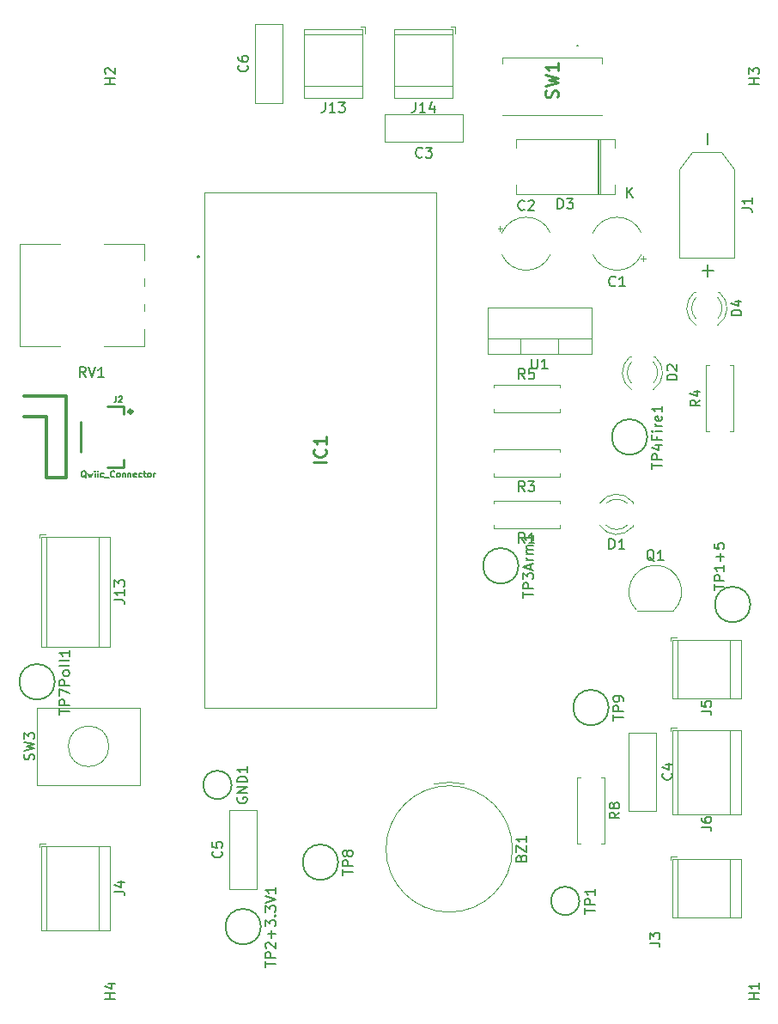
<source format=gbr>
G04 #@! TF.GenerationSoftware,KiCad,Pcbnew,(5.1.4)-1*
G04 #@! TF.CreationDate,2020-04-17T07:07:23-04:00*
G04 #@! TF.ProjectId,CameraTriggerSensorNodeOnly,43616d65-7261-4547-9269-676765725365,rev?*
G04 #@! TF.SameCoordinates,Original*
G04 #@! TF.FileFunction,Legend,Top*
G04 #@! TF.FilePolarity,Positive*
%FSLAX46Y46*%
G04 Gerber Fmt 4.6, Leading zero omitted, Abs format (unit mm)*
G04 Created by KiCad (PCBNEW (5.1.4)-1) date 2020-04-17 07:07:23*
%MOMM*%
%LPD*%
G04 APERTURE LIST*
%ADD10C,0.120000*%
%ADD11C,0.200000*%
%ADD12C,0.100000*%
%ADD13C,0.398780*%
%ADD14C,0.304800*%
%ADD15C,0.254000*%
%ADD16C,0.150000*%
%ADD17C,0.127000*%
G04 APERTURE END LIST*
D10*
X85940000Y-64671000D02*
X85940000Y-54630000D01*
X98180000Y-56280000D02*
X98180000Y-54630000D01*
X98180000Y-58779000D02*
X98180000Y-58020000D01*
X98180000Y-61279000D02*
X98180000Y-60520000D01*
X98180000Y-64671000D02*
X98180000Y-63021000D01*
X89876000Y-54630000D02*
X85940000Y-54630000D01*
X98180000Y-54630000D02*
X94243000Y-54630000D01*
X89876000Y-64671000D02*
X85940000Y-64671000D01*
X98180000Y-64671000D02*
X94243000Y-64671000D01*
D11*
X103610000Y-55880000D02*
G75*
G02X103410000Y-55880000I-100000J0D01*
G01*
X103410000Y-55880000D02*
G75*
G02X103610000Y-55880000I100000J0D01*
G01*
X103410000Y-55880000D02*
X103410000Y-55880000D01*
X103610000Y-55880000D02*
X103610000Y-55880000D01*
D12*
X104140000Y-49530000D02*
X127000000Y-49530000D01*
X104140000Y-100330000D02*
X104140000Y-49530000D01*
X127000000Y-100330000D02*
X104140000Y-100330000D01*
X127000000Y-49530000D02*
X127000000Y-100330000D01*
D13*
X96959420Y-71160640D02*
G75*
G03X96959420Y-71160640I-139700J0D01*
G01*
D14*
X90520520Y-69662040D02*
X86360000Y-69662040D01*
X90520520Y-77657960D02*
X90520520Y-69662040D01*
X88521540Y-77657960D02*
X90520520Y-77657960D01*
X88521540Y-71661020D02*
X88521540Y-77657960D01*
X86360000Y-71661020D02*
X88521540Y-71661020D01*
D15*
X96172020Y-70660260D02*
X96172020Y-71412100D01*
X96172020Y-76659740D02*
X94521020Y-76659740D01*
X96172020Y-75907900D02*
X96172020Y-76659740D01*
X94521020Y-70660260D02*
X96172020Y-70660260D01*
X91920060Y-72161400D02*
X91920060Y-75158600D01*
D10*
X87830000Y-83230000D02*
X87830000Y-83630000D01*
X88470000Y-83230000D02*
X87830000Y-83230000D01*
X94810000Y-94331000D02*
X88070000Y-94331000D01*
X94810000Y-83470000D02*
X88070000Y-83470000D01*
X88070000Y-83470000D02*
X88070000Y-94331000D01*
X94810000Y-83470000D02*
X94810000Y-94331000D01*
X93690000Y-83470000D02*
X93690000Y-94331000D01*
X88590000Y-83470000D02*
X88590000Y-94331000D01*
X135309000Y-65500000D02*
X135309000Y-63990000D01*
X139010000Y-65500000D02*
X139010000Y-63990000D01*
X142280000Y-63990000D02*
X132040000Y-63990000D01*
X132040000Y-65500000D02*
X132040000Y-60859000D01*
X142280000Y-65500000D02*
X142280000Y-60859000D01*
X142280000Y-60859000D02*
X132040000Y-60859000D01*
X142280000Y-65500000D02*
X132040000Y-65500000D01*
D16*
X89380000Y-97790000D02*
G75*
G03X89380000Y-97790000I-1750000J0D01*
G01*
X147800000Y-73660000D02*
G75*
G03X147800000Y-73660000I-1750000J0D01*
G01*
X135100000Y-86360000D02*
G75*
G03X135100000Y-86360000I-1750000J0D01*
G01*
X109700000Y-121920000D02*
G75*
G03X109700000Y-121920000I-1750000J0D01*
G01*
X157960000Y-90170000D02*
G75*
G03X157960000Y-90170000I-1750000J0D01*
G01*
X143990000Y-100330000D02*
G75*
G03X143990000Y-100330000I-1750000J0D01*
G01*
X117320000Y-115570000D02*
G75*
G03X117320000Y-115570000I-1750000J0D01*
G01*
X141100000Y-119380000D02*
G75*
G03X141100000Y-119380000I-1400000J0D01*
G01*
D10*
X94710000Y-104140000D02*
G75*
G03X94710000Y-104140000I-2000000J0D01*
G01*
X97790000Y-107950000D02*
X97790000Y-100330000D01*
X87630000Y-107950000D02*
X97790000Y-107950000D01*
X87630000Y-107950000D02*
X87630000Y-100330000D01*
X97790000Y-100330000D02*
X87630000Y-100330000D01*
D12*
X143330000Y-36850000D02*
X143330000Y-36250000D01*
X143330000Y-36250000D02*
X143330000Y-36250000D01*
X143330000Y-36250000D02*
X143330000Y-36850000D01*
X143330000Y-36850000D02*
X143330000Y-36850000D01*
X143330000Y-36250000D02*
X143330000Y-36250000D01*
X143330000Y-36250000D02*
X133530000Y-36250000D01*
X133530000Y-36250000D02*
X133530000Y-36250000D01*
X133530000Y-36250000D02*
X143330000Y-36250000D01*
X133470000Y-36250000D02*
X133470000Y-36850000D01*
X133470000Y-36850000D02*
X133530000Y-36850000D01*
X133530000Y-36850000D02*
X133530000Y-36250000D01*
X133530000Y-36250000D02*
X133470000Y-36250000D01*
X143330000Y-41950000D02*
X143330000Y-41950000D01*
X143330000Y-41950000D02*
X133530000Y-41950000D01*
X133530000Y-41950000D02*
X133530000Y-41950000D01*
X133530000Y-41950000D02*
X143330000Y-41950000D01*
D11*
X140870000Y-35100000D02*
X140870000Y-35100000D01*
X140970000Y-35100000D02*
X140970000Y-35100000D01*
X140870000Y-35100000D02*
X140870000Y-35100000D01*
X140970000Y-35100000D02*
G75*
G02X140870000Y-35100000I-50000J0D01*
G01*
X140870000Y-35100000D02*
G75*
G02X140970000Y-35100000I50000J0D01*
G01*
X140970000Y-35100000D02*
G75*
G02X140870000Y-35100000I-50000J0D01*
G01*
D10*
X140870000Y-113760000D02*
X141200000Y-113760000D01*
X140870000Y-107220000D02*
X140870000Y-113760000D01*
X141200000Y-107220000D02*
X140870000Y-107220000D01*
X143610000Y-113760000D02*
X143280000Y-113760000D01*
X143610000Y-107220000D02*
X143610000Y-113760000D01*
X143280000Y-107220000D02*
X143610000Y-107220000D01*
X139160000Y-71220000D02*
X139160000Y-70890000D01*
X132620000Y-71220000D02*
X139160000Y-71220000D01*
X132620000Y-70890000D02*
X132620000Y-71220000D01*
X139160000Y-68480000D02*
X139160000Y-68810000D01*
X132620000Y-68480000D02*
X139160000Y-68480000D01*
X132620000Y-68810000D02*
X132620000Y-68480000D01*
X156310000Y-66580000D02*
X155980000Y-66580000D01*
X156310000Y-73120000D02*
X156310000Y-66580000D01*
X155980000Y-73120000D02*
X156310000Y-73120000D01*
X153570000Y-66580000D02*
X153900000Y-66580000D01*
X153570000Y-73120000D02*
X153570000Y-66580000D01*
X153900000Y-73120000D02*
X153570000Y-73120000D01*
X132620000Y-74830000D02*
X132620000Y-75160000D01*
X139160000Y-74830000D02*
X132620000Y-74830000D01*
X139160000Y-75160000D02*
X139160000Y-74830000D01*
X132620000Y-77570000D02*
X132620000Y-77240000D01*
X139160000Y-77570000D02*
X132620000Y-77570000D01*
X139160000Y-77240000D02*
X139160000Y-77570000D01*
X132620000Y-79910000D02*
X132620000Y-80240000D01*
X139160000Y-79910000D02*
X132620000Y-79910000D01*
X139160000Y-80240000D02*
X139160000Y-79910000D01*
X132620000Y-82650000D02*
X132620000Y-82320000D01*
X139160000Y-82650000D02*
X132620000Y-82650000D01*
X139160000Y-82320000D02*
X139160000Y-82650000D01*
X150428478Y-90738478D02*
G75*
G03X148590000Y-86300000I-1838478J1838478D01*
G01*
X146751522Y-90738478D02*
G75*
G02X148590000Y-86300000I1838478J1838478D01*
G01*
X146790000Y-90750000D02*
X150390000Y-90750000D01*
X128860000Y-33220000D02*
X128460000Y-33220000D01*
X128860000Y-33860000D02*
X128860000Y-33220000D01*
X122840000Y-40200000D02*
X122840000Y-33460000D01*
X128620000Y-40200000D02*
X128620000Y-33460000D01*
X128620000Y-33460000D02*
X122840000Y-33460000D01*
X128620000Y-40200000D02*
X122840000Y-40200000D01*
X128620000Y-39080000D02*
X122840000Y-39080000D01*
X128620000Y-33980000D02*
X122840000Y-33980000D01*
X119970000Y-33220000D02*
X119570000Y-33220000D01*
X119970000Y-33860000D02*
X119970000Y-33220000D01*
X113950000Y-40200000D02*
X113950000Y-33460000D01*
X119730000Y-40200000D02*
X119730000Y-33460000D01*
X119730000Y-33460000D02*
X113950000Y-33460000D01*
X119730000Y-40200000D02*
X113950000Y-40200000D01*
X119730000Y-39080000D02*
X113950000Y-39080000D01*
X119730000Y-33980000D02*
X113950000Y-33980000D01*
X150060000Y-102280000D02*
X150060000Y-102680000D01*
X150700000Y-102280000D02*
X150060000Y-102280000D01*
X157040000Y-110840000D02*
X150300000Y-110840000D01*
X157040000Y-102520000D02*
X150300000Y-102520000D01*
X150300000Y-102520000D02*
X150300000Y-110840000D01*
X157040000Y-102520000D02*
X157040000Y-110840000D01*
X155920000Y-102520000D02*
X155920000Y-110840000D01*
X150820000Y-102520000D02*
X150820000Y-110840000D01*
X150060000Y-93390000D02*
X150060000Y-93790000D01*
X150700000Y-93390000D02*
X150060000Y-93390000D01*
X157040000Y-99410000D02*
X150300000Y-99410000D01*
X157040000Y-93630000D02*
X150300000Y-93630000D01*
X150300000Y-93630000D02*
X150300000Y-99410000D01*
X157040000Y-93630000D02*
X157040000Y-99410000D01*
X155920000Y-93630000D02*
X155920000Y-99410000D01*
X150820000Y-93630000D02*
X150820000Y-99410000D01*
X87830000Y-113710000D02*
X87830000Y-114110000D01*
X88470000Y-113710000D02*
X87830000Y-113710000D01*
X94810000Y-122270000D02*
X88070000Y-122270000D01*
X94810000Y-113950000D02*
X88070000Y-113950000D01*
X88070000Y-113950000D02*
X88070000Y-122270000D01*
X94810000Y-113950000D02*
X94810000Y-122270000D01*
X93690000Y-113950000D02*
X93690000Y-122270000D01*
X88590000Y-113950000D02*
X88590000Y-122270000D01*
X150060000Y-114980000D02*
X150060000Y-115380000D01*
X150700000Y-114980000D02*
X150060000Y-114980000D01*
X157040000Y-121000000D02*
X150300000Y-121000000D01*
X157040000Y-115220000D02*
X150300000Y-115220000D01*
X150300000Y-115220000D02*
X150300000Y-121000000D01*
X157040000Y-115220000D02*
X157040000Y-121000000D01*
X155920000Y-115220000D02*
X155920000Y-121000000D01*
X150820000Y-115220000D02*
X150820000Y-121000000D01*
X155080000Y-45550000D02*
X152260000Y-45550000D01*
X152260000Y-45550000D02*
X150960000Y-47250000D01*
X155080000Y-45550000D02*
X156380000Y-47250000D01*
X150960000Y-47250000D02*
X150960000Y-55970000D01*
X156380000Y-55970000D02*
X150960000Y-55970000D01*
X156380000Y-47250000D02*
X156380000Y-55970000D01*
D16*
X106810000Y-107950000D02*
G75*
G03X106810000Y-107950000I-1400000J0D01*
G01*
D10*
X152590000Y-59400000D02*
X152434000Y-59400000D01*
X154906000Y-59400000D02*
X154750000Y-59400000D01*
X152590163Y-62001130D02*
G75*
G02X152590000Y-59919039I1079837J1041130D01*
G01*
X154749837Y-62001130D02*
G75*
G03X154750000Y-59919039I-1079837J1041130D01*
G01*
X152591392Y-62632335D02*
G75*
G02X152434484Y-59400000I1078608J1672335D01*
G01*
X154748608Y-62632335D02*
G75*
G03X154905516Y-59400000I-1078608J1672335D01*
G01*
X143145000Y-49710000D02*
X143145000Y-44270000D01*
X142905000Y-49710000D02*
X142905000Y-44270000D01*
X143025000Y-49710000D02*
X143025000Y-44270000D01*
X134830000Y-44270000D02*
X134830000Y-45150000D01*
X144570000Y-44270000D02*
X134830000Y-44270000D01*
X144570000Y-45150000D02*
X144570000Y-44270000D01*
X134830000Y-49710000D02*
X134830000Y-48830000D01*
X144570000Y-49710000D02*
X134830000Y-49710000D01*
X144570000Y-48830000D02*
X144570000Y-49710000D01*
X146240000Y-65750000D02*
X146084000Y-65750000D01*
X148556000Y-65750000D02*
X148400000Y-65750000D01*
X146240163Y-68351130D02*
G75*
G02X146240000Y-66269039I1079837J1041130D01*
G01*
X148399837Y-68351130D02*
G75*
G03X148400000Y-66269039I-1079837J1041130D01*
G01*
X146241392Y-68982335D02*
G75*
G02X146084484Y-65750000I1078608J1672335D01*
G01*
X148398608Y-68982335D02*
G75*
G03X148555516Y-65750000I-1078608J1672335D01*
G01*
X146340000Y-80200000D02*
X146340000Y-80044000D01*
X146340000Y-82516000D02*
X146340000Y-82360000D01*
X143738870Y-80200163D02*
G75*
G02X145820961Y-80200000I1041130J-1079837D01*
G01*
X143738870Y-82359837D02*
G75*
G03X145820961Y-82360000I1041130J1079837D01*
G01*
X143107665Y-80201392D02*
G75*
G02X146340000Y-80044484I1672335J-1078608D01*
G01*
X143107665Y-82358608D02*
G75*
G03X146340000Y-82515516I1672335J1078608D01*
G01*
X109120000Y-33000000D02*
X111860000Y-33000000D01*
X109120000Y-40740000D02*
X111860000Y-40740000D01*
X111860000Y-40740000D02*
X111860000Y-33000000D01*
X109120000Y-40740000D02*
X109120000Y-33000000D01*
X106580000Y-110470000D02*
X109320000Y-110470000D01*
X106580000Y-118210000D02*
X109320000Y-118210000D01*
X109320000Y-118210000D02*
X109320000Y-110470000D01*
X106580000Y-118210000D02*
X106580000Y-110470000D01*
X148690000Y-110510000D02*
X145950000Y-110510000D01*
X148690000Y-102770000D02*
X145950000Y-102770000D01*
X145950000Y-102770000D02*
X145950000Y-110510000D01*
X148690000Y-102770000D02*
X148690000Y-110510000D01*
X121900000Y-44550000D02*
X121900000Y-41810000D01*
X129640000Y-44550000D02*
X129640000Y-41810000D01*
X129640000Y-41810000D02*
X121900000Y-41810000D01*
X129640000Y-44550000D02*
X121900000Y-44550000D01*
X133295225Y-52885000D02*
X133295225Y-53385000D01*
X133045225Y-53135000D02*
X133545225Y-53135000D01*
X138245997Y-55670000D02*
G75*
G02X133454003Y-55670000I-2395997J1060000D01*
G01*
X138245997Y-53550000D02*
G75*
G03X133454003Y-53550000I-2395997J-1060000D01*
G01*
X147374775Y-56335000D02*
X147374775Y-55835000D01*
X147624775Y-56085000D02*
X147124775Y-56085000D01*
X142424003Y-53550000D02*
G75*
G02X147215997Y-53550000I2395997J-1060000D01*
G01*
X142424003Y-55670000D02*
G75*
G03X147215997Y-55670000I2395997J1060000D01*
G01*
X126770001Y-107860000D02*
G75*
G02X129770000Y-107860000I1499999J-6400000D01*
G01*
X134500000Y-114260000D02*
G75*
G03X134500000Y-114260000I-6230000J0D01*
G01*
D16*
X92414761Y-67752380D02*
X92081428Y-67276190D01*
X91843333Y-67752380D02*
X91843333Y-66752380D01*
X92224285Y-66752380D01*
X92319523Y-66800000D01*
X92367142Y-66847619D01*
X92414761Y-66942857D01*
X92414761Y-67085714D01*
X92367142Y-67180952D01*
X92319523Y-67228571D01*
X92224285Y-67276190D01*
X91843333Y-67276190D01*
X92700476Y-66752380D02*
X93033809Y-67752380D01*
X93367142Y-66752380D01*
X94224285Y-67752380D02*
X93652857Y-67752380D01*
X93938571Y-67752380D02*
X93938571Y-66752380D01*
X93843333Y-66895238D01*
X93748095Y-66990476D01*
X93652857Y-67038095D01*
D15*
X116144523Y-76169761D02*
X114874523Y-76169761D01*
X116023571Y-74839285D02*
X116084047Y-74899761D01*
X116144523Y-75081190D01*
X116144523Y-75202142D01*
X116084047Y-75383571D01*
X115963095Y-75504523D01*
X115842142Y-75565000D01*
X115600238Y-75625476D01*
X115418809Y-75625476D01*
X115176904Y-75565000D01*
X115055952Y-75504523D01*
X114935000Y-75383571D01*
X114874523Y-75202142D01*
X114874523Y-75081190D01*
X114935000Y-74899761D01*
X114995476Y-74839285D01*
X116144523Y-73629761D02*
X116144523Y-74355476D01*
X116144523Y-73992619D02*
X114874523Y-73992619D01*
X115055952Y-74113571D01*
X115176904Y-74234523D01*
X115237380Y-74355476D01*
D17*
X95427800Y-69643171D02*
X95427800Y-70078600D01*
X95398771Y-70165685D01*
X95340714Y-70223742D01*
X95253628Y-70252771D01*
X95195571Y-70252771D01*
X95689057Y-69701228D02*
X95718085Y-69672200D01*
X95776142Y-69643171D01*
X95921285Y-69643171D01*
X95979342Y-69672200D01*
X96008371Y-69701228D01*
X96037400Y-69759285D01*
X96037400Y-69817342D01*
X96008371Y-69904428D01*
X95660028Y-70252771D01*
X96037400Y-70252771D01*
X92466885Y-77676828D02*
X92408828Y-77647800D01*
X92350771Y-77589742D01*
X92263685Y-77502657D01*
X92205628Y-77473628D01*
X92147571Y-77473628D01*
X92176600Y-77618771D02*
X92118542Y-77589742D01*
X92060485Y-77531685D01*
X92031457Y-77415571D01*
X92031457Y-77212371D01*
X92060485Y-77096257D01*
X92118542Y-77038200D01*
X92176600Y-77009171D01*
X92292714Y-77009171D01*
X92350771Y-77038200D01*
X92408828Y-77096257D01*
X92437857Y-77212371D01*
X92437857Y-77415571D01*
X92408828Y-77531685D01*
X92350771Y-77589742D01*
X92292714Y-77618771D01*
X92176600Y-77618771D01*
X92641057Y-77212371D02*
X92757171Y-77618771D01*
X92873285Y-77328485D01*
X92989400Y-77618771D01*
X93105514Y-77212371D01*
X93337742Y-77618771D02*
X93337742Y-77212371D01*
X93337742Y-77009171D02*
X93308714Y-77038200D01*
X93337742Y-77067228D01*
X93366771Y-77038200D01*
X93337742Y-77009171D01*
X93337742Y-77067228D01*
X93628028Y-77618771D02*
X93628028Y-77212371D01*
X93628028Y-77009171D02*
X93599000Y-77038200D01*
X93628028Y-77067228D01*
X93657057Y-77038200D01*
X93628028Y-77009171D01*
X93628028Y-77067228D01*
X94179571Y-77589742D02*
X94121514Y-77618771D01*
X94005400Y-77618771D01*
X93947342Y-77589742D01*
X93918314Y-77560714D01*
X93889285Y-77502657D01*
X93889285Y-77328485D01*
X93918314Y-77270428D01*
X93947342Y-77241400D01*
X94005400Y-77212371D01*
X94121514Y-77212371D01*
X94179571Y-77241400D01*
X94295685Y-77676828D02*
X94760142Y-77676828D01*
X95253628Y-77560714D02*
X95224600Y-77589742D01*
X95137514Y-77618771D01*
X95079457Y-77618771D01*
X94992371Y-77589742D01*
X94934314Y-77531685D01*
X94905285Y-77473628D01*
X94876257Y-77357514D01*
X94876257Y-77270428D01*
X94905285Y-77154314D01*
X94934314Y-77096257D01*
X94992371Y-77038200D01*
X95079457Y-77009171D01*
X95137514Y-77009171D01*
X95224600Y-77038200D01*
X95253628Y-77067228D01*
X95601971Y-77618771D02*
X95543914Y-77589742D01*
X95514885Y-77560714D01*
X95485857Y-77502657D01*
X95485857Y-77328485D01*
X95514885Y-77270428D01*
X95543914Y-77241400D01*
X95601971Y-77212371D01*
X95689057Y-77212371D01*
X95747114Y-77241400D01*
X95776142Y-77270428D01*
X95805171Y-77328485D01*
X95805171Y-77502657D01*
X95776142Y-77560714D01*
X95747114Y-77589742D01*
X95689057Y-77618771D01*
X95601971Y-77618771D01*
X96066428Y-77212371D02*
X96066428Y-77618771D01*
X96066428Y-77270428D02*
X96095457Y-77241400D01*
X96153514Y-77212371D01*
X96240600Y-77212371D01*
X96298657Y-77241400D01*
X96327685Y-77299457D01*
X96327685Y-77618771D01*
X96617971Y-77212371D02*
X96617971Y-77618771D01*
X96617971Y-77270428D02*
X96647000Y-77241400D01*
X96705057Y-77212371D01*
X96792142Y-77212371D01*
X96850200Y-77241400D01*
X96879228Y-77299457D01*
X96879228Y-77618771D01*
X97401742Y-77589742D02*
X97343685Y-77618771D01*
X97227571Y-77618771D01*
X97169514Y-77589742D01*
X97140485Y-77531685D01*
X97140485Y-77299457D01*
X97169514Y-77241400D01*
X97227571Y-77212371D01*
X97343685Y-77212371D01*
X97401742Y-77241400D01*
X97430771Y-77299457D01*
X97430771Y-77357514D01*
X97140485Y-77415571D01*
X97953285Y-77589742D02*
X97895228Y-77618771D01*
X97779114Y-77618771D01*
X97721057Y-77589742D01*
X97692028Y-77560714D01*
X97663000Y-77502657D01*
X97663000Y-77328485D01*
X97692028Y-77270428D01*
X97721057Y-77241400D01*
X97779114Y-77212371D01*
X97895228Y-77212371D01*
X97953285Y-77241400D01*
X98127457Y-77212371D02*
X98359685Y-77212371D01*
X98214542Y-77009171D02*
X98214542Y-77531685D01*
X98243571Y-77589742D01*
X98301628Y-77618771D01*
X98359685Y-77618771D01*
X98649971Y-77618771D02*
X98591914Y-77589742D01*
X98562885Y-77560714D01*
X98533857Y-77502657D01*
X98533857Y-77328485D01*
X98562885Y-77270428D01*
X98591914Y-77241400D01*
X98649971Y-77212371D01*
X98737057Y-77212371D01*
X98795114Y-77241400D01*
X98824142Y-77270428D01*
X98853171Y-77328485D01*
X98853171Y-77502657D01*
X98824142Y-77560714D01*
X98795114Y-77589742D01*
X98737057Y-77618771D01*
X98649971Y-77618771D01*
X99114428Y-77618771D02*
X99114428Y-77212371D01*
X99114428Y-77328485D02*
X99143457Y-77270428D01*
X99172485Y-77241400D01*
X99230542Y-77212371D01*
X99288600Y-77212371D01*
D16*
X95262380Y-89709523D02*
X95976666Y-89709523D01*
X96119523Y-89757142D01*
X96214761Y-89852380D01*
X96262380Y-89995238D01*
X96262380Y-90090476D01*
X96262380Y-88709523D02*
X96262380Y-89280952D01*
X96262380Y-88995238D02*
X95262380Y-88995238D01*
X95405238Y-89090476D01*
X95500476Y-89185714D01*
X95548095Y-89280952D01*
X95262380Y-88376190D02*
X95262380Y-87757142D01*
X95643333Y-88090476D01*
X95643333Y-87947619D01*
X95690952Y-87852380D01*
X95738571Y-87804761D01*
X95833809Y-87757142D01*
X96071904Y-87757142D01*
X96167142Y-87804761D01*
X96214761Y-87852380D01*
X96262380Y-87947619D01*
X96262380Y-88233333D01*
X96214761Y-88328571D01*
X96167142Y-88376190D01*
X136398095Y-65952380D02*
X136398095Y-66761904D01*
X136445714Y-66857142D01*
X136493333Y-66904761D01*
X136588571Y-66952380D01*
X136779047Y-66952380D01*
X136874285Y-66904761D01*
X136921904Y-66857142D01*
X136969523Y-66761904D01*
X136969523Y-65952380D01*
X137969523Y-66952380D02*
X137398095Y-66952380D01*
X137683809Y-66952380D02*
X137683809Y-65952380D01*
X137588571Y-66095238D01*
X137493333Y-66190476D01*
X137398095Y-66238095D01*
X89832380Y-101004285D02*
X89832380Y-100432857D01*
X90832380Y-100718571D02*
X89832380Y-100718571D01*
X90832380Y-100099523D02*
X89832380Y-100099523D01*
X89832380Y-99718571D01*
X89880000Y-99623333D01*
X89927619Y-99575714D01*
X90022857Y-99528095D01*
X90165714Y-99528095D01*
X90260952Y-99575714D01*
X90308571Y-99623333D01*
X90356190Y-99718571D01*
X90356190Y-100099523D01*
X89832380Y-99194761D02*
X89832380Y-98528095D01*
X90832380Y-98956666D01*
X90832380Y-98147142D02*
X89832380Y-98147142D01*
X89832380Y-97766190D01*
X89880000Y-97670952D01*
X89927619Y-97623333D01*
X90022857Y-97575714D01*
X90165714Y-97575714D01*
X90260952Y-97623333D01*
X90308571Y-97670952D01*
X90356190Y-97766190D01*
X90356190Y-98147142D01*
X90832380Y-97004285D02*
X90784761Y-97099523D01*
X90737142Y-97147142D01*
X90641904Y-97194761D01*
X90356190Y-97194761D01*
X90260952Y-97147142D01*
X90213333Y-97099523D01*
X90165714Y-97004285D01*
X90165714Y-96861428D01*
X90213333Y-96766190D01*
X90260952Y-96718571D01*
X90356190Y-96670952D01*
X90641904Y-96670952D01*
X90737142Y-96718571D01*
X90784761Y-96766190D01*
X90832380Y-96861428D01*
X90832380Y-97004285D01*
X90832380Y-96099523D02*
X90784761Y-96194761D01*
X90689523Y-96242380D01*
X89832380Y-96242380D01*
X90832380Y-95575714D02*
X90784761Y-95670952D01*
X90689523Y-95718571D01*
X89832380Y-95718571D01*
X90832380Y-94670952D02*
X90832380Y-95242380D01*
X90832380Y-94956666D02*
X89832380Y-94956666D01*
X89975238Y-95051904D01*
X90070476Y-95147142D01*
X90118095Y-95242380D01*
X148252380Y-76802857D02*
X148252380Y-76231428D01*
X149252380Y-76517142D02*
X148252380Y-76517142D01*
X149252380Y-75898095D02*
X148252380Y-75898095D01*
X148252380Y-75517142D01*
X148300000Y-75421904D01*
X148347619Y-75374285D01*
X148442857Y-75326666D01*
X148585714Y-75326666D01*
X148680952Y-75374285D01*
X148728571Y-75421904D01*
X148776190Y-75517142D01*
X148776190Y-75898095D01*
X148585714Y-74469523D02*
X149252380Y-74469523D01*
X148204761Y-74707619D02*
X148919047Y-74945714D01*
X148919047Y-74326666D01*
X148728571Y-73612380D02*
X148728571Y-73945714D01*
X149252380Y-73945714D02*
X148252380Y-73945714D01*
X148252380Y-73469523D01*
X149252380Y-73088571D02*
X148585714Y-73088571D01*
X148252380Y-73088571D02*
X148300000Y-73136190D01*
X148347619Y-73088571D01*
X148300000Y-73040952D01*
X148252380Y-73088571D01*
X148347619Y-73088571D01*
X149252380Y-72612380D02*
X148585714Y-72612380D01*
X148776190Y-72612380D02*
X148680952Y-72564761D01*
X148633333Y-72517142D01*
X148585714Y-72421904D01*
X148585714Y-72326666D01*
X149204761Y-71612380D02*
X149252380Y-71707619D01*
X149252380Y-71898095D01*
X149204761Y-71993333D01*
X149109523Y-72040952D01*
X148728571Y-72040952D01*
X148633333Y-71993333D01*
X148585714Y-71898095D01*
X148585714Y-71707619D01*
X148633333Y-71612380D01*
X148728571Y-71564761D01*
X148823809Y-71564761D01*
X148919047Y-72040952D01*
X149252380Y-70612380D02*
X149252380Y-71183809D01*
X149252380Y-70898095D02*
X148252380Y-70898095D01*
X148395238Y-70993333D01*
X148490476Y-71088571D01*
X148538095Y-71183809D01*
X135552380Y-89502857D02*
X135552380Y-88931428D01*
X136552380Y-89217142D02*
X135552380Y-89217142D01*
X136552380Y-88598095D02*
X135552380Y-88598095D01*
X135552380Y-88217142D01*
X135600000Y-88121904D01*
X135647619Y-88074285D01*
X135742857Y-88026666D01*
X135885714Y-88026666D01*
X135980952Y-88074285D01*
X136028571Y-88121904D01*
X136076190Y-88217142D01*
X136076190Y-88598095D01*
X135552380Y-87693333D02*
X135552380Y-87074285D01*
X135933333Y-87407619D01*
X135933333Y-87264761D01*
X135980952Y-87169523D01*
X136028571Y-87121904D01*
X136123809Y-87074285D01*
X136361904Y-87074285D01*
X136457142Y-87121904D01*
X136504761Y-87169523D01*
X136552380Y-87264761D01*
X136552380Y-87550476D01*
X136504761Y-87645714D01*
X136457142Y-87693333D01*
X136266666Y-86693333D02*
X136266666Y-86217142D01*
X136552380Y-86788571D02*
X135552380Y-86455238D01*
X136552380Y-86121904D01*
X136552380Y-85788571D02*
X135885714Y-85788571D01*
X136076190Y-85788571D02*
X135980952Y-85740952D01*
X135933333Y-85693333D01*
X135885714Y-85598095D01*
X135885714Y-85502857D01*
X136552380Y-85169523D02*
X135885714Y-85169523D01*
X135980952Y-85169523D02*
X135933333Y-85121904D01*
X135885714Y-85026666D01*
X135885714Y-84883809D01*
X135933333Y-84788571D01*
X136028571Y-84740952D01*
X136552380Y-84740952D01*
X136028571Y-84740952D02*
X135933333Y-84693333D01*
X135885714Y-84598095D01*
X135885714Y-84455238D01*
X135933333Y-84360000D01*
X136028571Y-84312380D01*
X136552380Y-84312380D01*
X136552380Y-83312380D02*
X136552380Y-83883809D01*
X136552380Y-83598095D02*
X135552380Y-83598095D01*
X135695238Y-83693333D01*
X135790476Y-83788571D01*
X135838095Y-83883809D01*
X110152380Y-125896190D02*
X110152380Y-125324761D01*
X111152380Y-125610476D02*
X110152380Y-125610476D01*
X111152380Y-124991428D02*
X110152380Y-124991428D01*
X110152380Y-124610476D01*
X110200000Y-124515238D01*
X110247619Y-124467619D01*
X110342857Y-124420000D01*
X110485714Y-124420000D01*
X110580952Y-124467619D01*
X110628571Y-124515238D01*
X110676190Y-124610476D01*
X110676190Y-124991428D01*
X110247619Y-124039047D02*
X110200000Y-123991428D01*
X110152380Y-123896190D01*
X110152380Y-123658095D01*
X110200000Y-123562857D01*
X110247619Y-123515238D01*
X110342857Y-123467619D01*
X110438095Y-123467619D01*
X110580952Y-123515238D01*
X111152380Y-124086666D01*
X111152380Y-123467619D01*
X110771428Y-123039047D02*
X110771428Y-122277142D01*
X111152380Y-122658095D02*
X110390476Y-122658095D01*
X110152380Y-121896190D02*
X110152380Y-121277142D01*
X110533333Y-121610476D01*
X110533333Y-121467619D01*
X110580952Y-121372380D01*
X110628571Y-121324761D01*
X110723809Y-121277142D01*
X110961904Y-121277142D01*
X111057142Y-121324761D01*
X111104761Y-121372380D01*
X111152380Y-121467619D01*
X111152380Y-121753333D01*
X111104761Y-121848571D01*
X111057142Y-121896190D01*
X111057142Y-120848571D02*
X111104761Y-120800952D01*
X111152380Y-120848571D01*
X111104761Y-120896190D01*
X111057142Y-120848571D01*
X111152380Y-120848571D01*
X110152380Y-120467619D02*
X110152380Y-119848571D01*
X110533333Y-120181904D01*
X110533333Y-120039047D01*
X110580952Y-119943809D01*
X110628571Y-119896190D01*
X110723809Y-119848571D01*
X110961904Y-119848571D01*
X111057142Y-119896190D01*
X111104761Y-119943809D01*
X111152380Y-120039047D01*
X111152380Y-120324761D01*
X111104761Y-120420000D01*
X111057142Y-120467619D01*
X110152380Y-119562857D02*
X111152380Y-119229523D01*
X110152380Y-118896190D01*
X111152380Y-118039047D02*
X111152380Y-118610476D01*
X111152380Y-118324761D02*
X110152380Y-118324761D01*
X110295238Y-118420000D01*
X110390476Y-118515238D01*
X110438095Y-118610476D01*
X154392380Y-88717142D02*
X154392380Y-88145714D01*
X155392380Y-88431428D02*
X154392380Y-88431428D01*
X155392380Y-87812380D02*
X154392380Y-87812380D01*
X154392380Y-87431428D01*
X154440000Y-87336190D01*
X154487619Y-87288571D01*
X154582857Y-87240952D01*
X154725714Y-87240952D01*
X154820952Y-87288571D01*
X154868571Y-87336190D01*
X154916190Y-87431428D01*
X154916190Y-87812380D01*
X155392380Y-86288571D02*
X155392380Y-86860000D01*
X155392380Y-86574285D02*
X154392380Y-86574285D01*
X154535238Y-86669523D01*
X154630476Y-86764761D01*
X154678095Y-86860000D01*
X155011428Y-85860000D02*
X155011428Y-85098095D01*
X155392380Y-85479047D02*
X154630476Y-85479047D01*
X154392380Y-84145714D02*
X154392380Y-84621904D01*
X154868571Y-84669523D01*
X154820952Y-84621904D01*
X154773333Y-84526666D01*
X154773333Y-84288571D01*
X154820952Y-84193333D01*
X154868571Y-84145714D01*
X154963809Y-84098095D01*
X155201904Y-84098095D01*
X155297142Y-84145714D01*
X155344761Y-84193333D01*
X155392380Y-84288571D01*
X155392380Y-84526666D01*
X155344761Y-84621904D01*
X155297142Y-84669523D01*
X144442380Y-101591904D02*
X144442380Y-101020476D01*
X145442380Y-101306190D02*
X144442380Y-101306190D01*
X145442380Y-100687142D02*
X144442380Y-100687142D01*
X144442380Y-100306190D01*
X144490000Y-100210952D01*
X144537619Y-100163333D01*
X144632857Y-100115714D01*
X144775714Y-100115714D01*
X144870952Y-100163333D01*
X144918571Y-100210952D01*
X144966190Y-100306190D01*
X144966190Y-100687142D01*
X145442380Y-99639523D02*
X145442380Y-99449047D01*
X145394761Y-99353809D01*
X145347142Y-99306190D01*
X145204285Y-99210952D01*
X145013809Y-99163333D01*
X144632857Y-99163333D01*
X144537619Y-99210952D01*
X144490000Y-99258571D01*
X144442380Y-99353809D01*
X144442380Y-99544285D01*
X144490000Y-99639523D01*
X144537619Y-99687142D01*
X144632857Y-99734761D01*
X144870952Y-99734761D01*
X144966190Y-99687142D01*
X145013809Y-99639523D01*
X145061428Y-99544285D01*
X145061428Y-99353809D01*
X145013809Y-99258571D01*
X144966190Y-99210952D01*
X144870952Y-99163333D01*
X117772380Y-116831904D02*
X117772380Y-116260476D01*
X118772380Y-116546190D02*
X117772380Y-116546190D01*
X118772380Y-115927142D02*
X117772380Y-115927142D01*
X117772380Y-115546190D01*
X117820000Y-115450952D01*
X117867619Y-115403333D01*
X117962857Y-115355714D01*
X118105714Y-115355714D01*
X118200952Y-115403333D01*
X118248571Y-115450952D01*
X118296190Y-115546190D01*
X118296190Y-115927142D01*
X118200952Y-114784285D02*
X118153333Y-114879523D01*
X118105714Y-114927142D01*
X118010476Y-114974761D01*
X117962857Y-114974761D01*
X117867619Y-114927142D01*
X117820000Y-114879523D01*
X117772380Y-114784285D01*
X117772380Y-114593809D01*
X117820000Y-114498571D01*
X117867619Y-114450952D01*
X117962857Y-114403333D01*
X118010476Y-114403333D01*
X118105714Y-114450952D01*
X118153333Y-114498571D01*
X118200952Y-114593809D01*
X118200952Y-114784285D01*
X118248571Y-114879523D01*
X118296190Y-114927142D01*
X118391428Y-114974761D01*
X118581904Y-114974761D01*
X118677142Y-114927142D01*
X118724761Y-114879523D01*
X118772380Y-114784285D01*
X118772380Y-114593809D01*
X118724761Y-114498571D01*
X118677142Y-114450952D01*
X118581904Y-114403333D01*
X118391428Y-114403333D01*
X118296190Y-114450952D01*
X118248571Y-114498571D01*
X118200952Y-114593809D01*
X141652380Y-120641904D02*
X141652380Y-120070476D01*
X142652380Y-120356190D02*
X141652380Y-120356190D01*
X142652380Y-119737142D02*
X141652380Y-119737142D01*
X141652380Y-119356190D01*
X141700000Y-119260952D01*
X141747619Y-119213333D01*
X141842857Y-119165714D01*
X141985714Y-119165714D01*
X142080952Y-119213333D01*
X142128571Y-119260952D01*
X142176190Y-119356190D01*
X142176190Y-119737142D01*
X142652380Y-118213333D02*
X142652380Y-118784761D01*
X142652380Y-118499047D02*
X141652380Y-118499047D01*
X141795238Y-118594285D01*
X141890476Y-118689523D01*
X141938095Y-118784761D01*
X87304761Y-105473333D02*
X87352380Y-105330476D01*
X87352380Y-105092380D01*
X87304761Y-104997142D01*
X87257142Y-104949523D01*
X87161904Y-104901904D01*
X87066666Y-104901904D01*
X86971428Y-104949523D01*
X86923809Y-104997142D01*
X86876190Y-105092380D01*
X86828571Y-105282857D01*
X86780952Y-105378095D01*
X86733333Y-105425714D01*
X86638095Y-105473333D01*
X86542857Y-105473333D01*
X86447619Y-105425714D01*
X86400000Y-105378095D01*
X86352380Y-105282857D01*
X86352380Y-105044761D01*
X86400000Y-104901904D01*
X86352380Y-104568571D02*
X87352380Y-104330476D01*
X86638095Y-104140000D01*
X87352380Y-103949523D01*
X86352380Y-103711428D01*
X86352380Y-103425714D02*
X86352380Y-102806666D01*
X86733333Y-103140000D01*
X86733333Y-102997142D01*
X86780952Y-102901904D01*
X86828571Y-102854285D01*
X86923809Y-102806666D01*
X87161904Y-102806666D01*
X87257142Y-102854285D01*
X87304761Y-102901904D01*
X87352380Y-102997142D01*
X87352380Y-103282857D01*
X87304761Y-103378095D01*
X87257142Y-103425714D01*
D15*
X138944047Y-40193333D02*
X139004523Y-40011904D01*
X139004523Y-39709523D01*
X138944047Y-39588571D01*
X138883571Y-39528095D01*
X138762619Y-39467619D01*
X138641666Y-39467619D01*
X138520714Y-39528095D01*
X138460238Y-39588571D01*
X138399761Y-39709523D01*
X138339285Y-39951428D01*
X138278809Y-40072380D01*
X138218333Y-40132857D01*
X138097380Y-40193333D01*
X137976428Y-40193333D01*
X137855476Y-40132857D01*
X137795000Y-40072380D01*
X137734523Y-39951428D01*
X137734523Y-39649047D01*
X137795000Y-39467619D01*
X137734523Y-39044285D02*
X139004523Y-38741904D01*
X138097380Y-38500000D01*
X139004523Y-38258095D01*
X137734523Y-37955714D01*
X139004523Y-36806666D02*
X139004523Y-37532380D01*
X139004523Y-37169523D02*
X137734523Y-37169523D01*
X137915952Y-37290476D01*
X138036904Y-37411428D01*
X138097380Y-37532380D01*
D16*
X145062380Y-110656666D02*
X144586190Y-110990000D01*
X145062380Y-111228095D02*
X144062380Y-111228095D01*
X144062380Y-110847142D01*
X144110000Y-110751904D01*
X144157619Y-110704285D01*
X144252857Y-110656666D01*
X144395714Y-110656666D01*
X144490952Y-110704285D01*
X144538571Y-110751904D01*
X144586190Y-110847142D01*
X144586190Y-111228095D01*
X144490952Y-110085238D02*
X144443333Y-110180476D01*
X144395714Y-110228095D01*
X144300476Y-110275714D01*
X144252857Y-110275714D01*
X144157619Y-110228095D01*
X144110000Y-110180476D01*
X144062380Y-110085238D01*
X144062380Y-109894761D01*
X144110000Y-109799523D01*
X144157619Y-109751904D01*
X144252857Y-109704285D01*
X144300476Y-109704285D01*
X144395714Y-109751904D01*
X144443333Y-109799523D01*
X144490952Y-109894761D01*
X144490952Y-110085238D01*
X144538571Y-110180476D01*
X144586190Y-110228095D01*
X144681428Y-110275714D01*
X144871904Y-110275714D01*
X144967142Y-110228095D01*
X145014761Y-110180476D01*
X145062380Y-110085238D01*
X145062380Y-109894761D01*
X145014761Y-109799523D01*
X144967142Y-109751904D01*
X144871904Y-109704285D01*
X144681428Y-109704285D01*
X144586190Y-109751904D01*
X144538571Y-109799523D01*
X144490952Y-109894761D01*
X135723333Y-67932380D02*
X135390000Y-67456190D01*
X135151904Y-67932380D02*
X135151904Y-66932380D01*
X135532857Y-66932380D01*
X135628095Y-66980000D01*
X135675714Y-67027619D01*
X135723333Y-67122857D01*
X135723333Y-67265714D01*
X135675714Y-67360952D01*
X135628095Y-67408571D01*
X135532857Y-67456190D01*
X135151904Y-67456190D01*
X136628095Y-66932380D02*
X136151904Y-66932380D01*
X136104285Y-67408571D01*
X136151904Y-67360952D01*
X136247142Y-67313333D01*
X136485238Y-67313333D01*
X136580476Y-67360952D01*
X136628095Y-67408571D01*
X136675714Y-67503809D01*
X136675714Y-67741904D01*
X136628095Y-67837142D01*
X136580476Y-67884761D01*
X136485238Y-67932380D01*
X136247142Y-67932380D01*
X136151904Y-67884761D01*
X136104285Y-67837142D01*
X153022380Y-70016666D02*
X152546190Y-70350000D01*
X153022380Y-70588095D02*
X152022380Y-70588095D01*
X152022380Y-70207142D01*
X152070000Y-70111904D01*
X152117619Y-70064285D01*
X152212857Y-70016666D01*
X152355714Y-70016666D01*
X152450952Y-70064285D01*
X152498571Y-70111904D01*
X152546190Y-70207142D01*
X152546190Y-70588095D01*
X152355714Y-69159523D02*
X153022380Y-69159523D01*
X151974761Y-69397619D02*
X152689047Y-69635714D01*
X152689047Y-69016666D01*
X135723333Y-79022380D02*
X135390000Y-78546190D01*
X135151904Y-79022380D02*
X135151904Y-78022380D01*
X135532857Y-78022380D01*
X135628095Y-78070000D01*
X135675714Y-78117619D01*
X135723333Y-78212857D01*
X135723333Y-78355714D01*
X135675714Y-78450952D01*
X135628095Y-78498571D01*
X135532857Y-78546190D01*
X135151904Y-78546190D01*
X136056666Y-78022380D02*
X136675714Y-78022380D01*
X136342380Y-78403333D01*
X136485238Y-78403333D01*
X136580476Y-78450952D01*
X136628095Y-78498571D01*
X136675714Y-78593809D01*
X136675714Y-78831904D01*
X136628095Y-78927142D01*
X136580476Y-78974761D01*
X136485238Y-79022380D01*
X136199523Y-79022380D01*
X136104285Y-78974761D01*
X136056666Y-78927142D01*
X135723333Y-84102380D02*
X135390000Y-83626190D01*
X135151904Y-84102380D02*
X135151904Y-83102380D01*
X135532857Y-83102380D01*
X135628095Y-83150000D01*
X135675714Y-83197619D01*
X135723333Y-83292857D01*
X135723333Y-83435714D01*
X135675714Y-83530952D01*
X135628095Y-83578571D01*
X135532857Y-83626190D01*
X135151904Y-83626190D01*
X136675714Y-84102380D02*
X136104285Y-84102380D01*
X136390000Y-84102380D02*
X136390000Y-83102380D01*
X136294761Y-83245238D01*
X136199523Y-83340476D01*
X136104285Y-83388095D01*
X148494761Y-85887619D02*
X148399523Y-85840000D01*
X148304285Y-85744761D01*
X148161428Y-85601904D01*
X148066190Y-85554285D01*
X147970952Y-85554285D01*
X148018571Y-85792380D02*
X147923333Y-85744761D01*
X147828095Y-85649523D01*
X147780476Y-85459047D01*
X147780476Y-85125714D01*
X147828095Y-84935238D01*
X147923333Y-84840000D01*
X148018571Y-84792380D01*
X148209047Y-84792380D01*
X148304285Y-84840000D01*
X148399523Y-84935238D01*
X148447142Y-85125714D01*
X148447142Y-85459047D01*
X148399523Y-85649523D01*
X148304285Y-85744761D01*
X148209047Y-85792380D01*
X148018571Y-85792380D01*
X149399523Y-85792380D02*
X148828095Y-85792380D01*
X149113809Y-85792380D02*
X149113809Y-84792380D01*
X149018571Y-84935238D01*
X148923333Y-85030476D01*
X148828095Y-85078095D01*
X124920476Y-40652380D02*
X124920476Y-41366666D01*
X124872857Y-41509523D01*
X124777619Y-41604761D01*
X124634761Y-41652380D01*
X124539523Y-41652380D01*
X125920476Y-41652380D02*
X125349047Y-41652380D01*
X125634761Y-41652380D02*
X125634761Y-40652380D01*
X125539523Y-40795238D01*
X125444285Y-40890476D01*
X125349047Y-40938095D01*
X126777619Y-40985714D02*
X126777619Y-41652380D01*
X126539523Y-40604761D02*
X126301428Y-41319047D01*
X126920476Y-41319047D01*
X116030476Y-40652380D02*
X116030476Y-41366666D01*
X115982857Y-41509523D01*
X115887619Y-41604761D01*
X115744761Y-41652380D01*
X115649523Y-41652380D01*
X117030476Y-41652380D02*
X116459047Y-41652380D01*
X116744761Y-41652380D02*
X116744761Y-40652380D01*
X116649523Y-40795238D01*
X116554285Y-40890476D01*
X116459047Y-40938095D01*
X117363809Y-40652380D02*
X117982857Y-40652380D01*
X117649523Y-41033333D01*
X117792380Y-41033333D01*
X117887619Y-41080952D01*
X117935238Y-41128571D01*
X117982857Y-41223809D01*
X117982857Y-41461904D01*
X117935238Y-41557142D01*
X117887619Y-41604761D01*
X117792380Y-41652380D01*
X117506666Y-41652380D01*
X117411428Y-41604761D01*
X117363809Y-41557142D01*
X153122380Y-112093333D02*
X153836666Y-112093333D01*
X153979523Y-112140952D01*
X154074761Y-112236190D01*
X154122380Y-112379047D01*
X154122380Y-112474285D01*
X153122380Y-111188571D02*
X153122380Y-111379047D01*
X153170000Y-111474285D01*
X153217619Y-111521904D01*
X153360476Y-111617142D01*
X153550952Y-111664761D01*
X153931904Y-111664761D01*
X154027142Y-111617142D01*
X154074761Y-111569523D01*
X154122380Y-111474285D01*
X154122380Y-111283809D01*
X154074761Y-111188571D01*
X154027142Y-111140952D01*
X153931904Y-111093333D01*
X153693809Y-111093333D01*
X153598571Y-111140952D01*
X153550952Y-111188571D01*
X153503333Y-111283809D01*
X153503333Y-111474285D01*
X153550952Y-111569523D01*
X153598571Y-111617142D01*
X153693809Y-111664761D01*
X153122380Y-100663333D02*
X153836666Y-100663333D01*
X153979523Y-100710952D01*
X154074761Y-100806190D01*
X154122380Y-100949047D01*
X154122380Y-101044285D01*
X153122380Y-99710952D02*
X153122380Y-100187142D01*
X153598571Y-100234761D01*
X153550952Y-100187142D01*
X153503333Y-100091904D01*
X153503333Y-99853809D01*
X153550952Y-99758571D01*
X153598571Y-99710952D01*
X153693809Y-99663333D01*
X153931904Y-99663333D01*
X154027142Y-99710952D01*
X154074761Y-99758571D01*
X154122380Y-99853809D01*
X154122380Y-100091904D01*
X154074761Y-100187142D01*
X154027142Y-100234761D01*
X95262380Y-118443333D02*
X95976666Y-118443333D01*
X96119523Y-118490952D01*
X96214761Y-118586190D01*
X96262380Y-118729047D01*
X96262380Y-118824285D01*
X95595714Y-117538571D02*
X96262380Y-117538571D01*
X95214761Y-117776666D02*
X95929047Y-118014761D01*
X95929047Y-117395714D01*
X148042380Y-123523333D02*
X148756666Y-123523333D01*
X148899523Y-123570952D01*
X148994761Y-123666190D01*
X149042380Y-123809047D01*
X149042380Y-123904285D01*
X148042380Y-123142380D02*
X148042380Y-122523333D01*
X148423333Y-122856666D01*
X148423333Y-122713809D01*
X148470952Y-122618571D01*
X148518571Y-122570952D01*
X148613809Y-122523333D01*
X148851904Y-122523333D01*
X148947142Y-122570952D01*
X148994761Y-122618571D01*
X149042380Y-122713809D01*
X149042380Y-122999523D01*
X148994761Y-123094761D01*
X148947142Y-123142380D01*
X157122380Y-51093333D02*
X157836666Y-51093333D01*
X157979523Y-51140952D01*
X158074761Y-51236190D01*
X158122380Y-51379047D01*
X158122380Y-51474285D01*
X158122380Y-50093333D02*
X158122380Y-50664761D01*
X158122380Y-50379047D02*
X157122380Y-50379047D01*
X157265238Y-50474285D01*
X157360476Y-50569523D01*
X157408095Y-50664761D01*
X153777142Y-44831428D02*
X153777142Y-43688571D01*
X153777142Y-57831428D02*
X153777142Y-56688571D01*
X154348571Y-57260000D02*
X153205714Y-57260000D01*
X95322380Y-129031904D02*
X94322380Y-129031904D01*
X94798571Y-129031904D02*
X94798571Y-128460476D01*
X95322380Y-128460476D02*
X94322380Y-128460476D01*
X94655714Y-127555714D02*
X95322380Y-127555714D01*
X94274761Y-127793809D02*
X94989047Y-128031904D01*
X94989047Y-127412857D01*
X158822380Y-38861904D02*
X157822380Y-38861904D01*
X158298571Y-38861904D02*
X158298571Y-38290476D01*
X158822380Y-38290476D02*
X157822380Y-38290476D01*
X157822380Y-37909523D02*
X157822380Y-37290476D01*
X158203333Y-37623809D01*
X158203333Y-37480952D01*
X158250952Y-37385714D01*
X158298571Y-37338095D01*
X158393809Y-37290476D01*
X158631904Y-37290476D01*
X158727142Y-37338095D01*
X158774761Y-37385714D01*
X158822380Y-37480952D01*
X158822380Y-37766666D01*
X158774761Y-37861904D01*
X158727142Y-37909523D01*
X95322380Y-38861904D02*
X94322380Y-38861904D01*
X94798571Y-38861904D02*
X94798571Y-38290476D01*
X95322380Y-38290476D02*
X94322380Y-38290476D01*
X94417619Y-37861904D02*
X94370000Y-37814285D01*
X94322380Y-37719047D01*
X94322380Y-37480952D01*
X94370000Y-37385714D01*
X94417619Y-37338095D01*
X94512857Y-37290476D01*
X94608095Y-37290476D01*
X94750952Y-37338095D01*
X95322380Y-37909523D01*
X95322380Y-37290476D01*
X158822380Y-129031904D02*
X157822380Y-129031904D01*
X158298571Y-129031904D02*
X158298571Y-128460476D01*
X158822380Y-128460476D02*
X157822380Y-128460476D01*
X158822380Y-127460476D02*
X158822380Y-128031904D01*
X158822380Y-127746190D02*
X157822380Y-127746190D01*
X157965238Y-127841428D01*
X158060476Y-127936666D01*
X158108095Y-128031904D01*
X107410000Y-109188095D02*
X107362380Y-109283333D01*
X107362380Y-109426190D01*
X107410000Y-109569047D01*
X107505238Y-109664285D01*
X107600476Y-109711904D01*
X107790952Y-109759523D01*
X107933809Y-109759523D01*
X108124285Y-109711904D01*
X108219523Y-109664285D01*
X108314761Y-109569047D01*
X108362380Y-109426190D01*
X108362380Y-109330952D01*
X108314761Y-109188095D01*
X108267142Y-109140476D01*
X107933809Y-109140476D01*
X107933809Y-109330952D01*
X108362380Y-108711904D02*
X107362380Y-108711904D01*
X108362380Y-108140476D01*
X107362380Y-108140476D01*
X108362380Y-107664285D02*
X107362380Y-107664285D01*
X107362380Y-107426190D01*
X107410000Y-107283333D01*
X107505238Y-107188095D01*
X107600476Y-107140476D01*
X107790952Y-107092857D01*
X107933809Y-107092857D01*
X108124285Y-107140476D01*
X108219523Y-107188095D01*
X108314761Y-107283333D01*
X108362380Y-107426190D01*
X108362380Y-107664285D01*
X108362380Y-106140476D02*
X108362380Y-106711904D01*
X108362380Y-106426190D02*
X107362380Y-106426190D01*
X107505238Y-106521428D01*
X107600476Y-106616666D01*
X107648095Y-106711904D01*
X157082380Y-61698095D02*
X156082380Y-61698095D01*
X156082380Y-61460000D01*
X156130000Y-61317142D01*
X156225238Y-61221904D01*
X156320476Y-61174285D01*
X156510952Y-61126666D01*
X156653809Y-61126666D01*
X156844285Y-61174285D01*
X156939523Y-61221904D01*
X157034761Y-61317142D01*
X157082380Y-61460000D01*
X157082380Y-61698095D01*
X156415714Y-60269523D02*
X157082380Y-60269523D01*
X156034761Y-60507619D02*
X156749047Y-60745714D01*
X156749047Y-60126666D01*
X138961904Y-51162380D02*
X138961904Y-50162380D01*
X139200000Y-50162380D01*
X139342857Y-50210000D01*
X139438095Y-50305238D01*
X139485714Y-50400476D01*
X139533333Y-50590952D01*
X139533333Y-50733809D01*
X139485714Y-50924285D01*
X139438095Y-51019523D01*
X139342857Y-51114761D01*
X139200000Y-51162380D01*
X138961904Y-51162380D01*
X139866666Y-50162380D02*
X140485714Y-50162380D01*
X140152380Y-50543333D01*
X140295238Y-50543333D01*
X140390476Y-50590952D01*
X140438095Y-50638571D01*
X140485714Y-50733809D01*
X140485714Y-50971904D01*
X140438095Y-51067142D01*
X140390476Y-51114761D01*
X140295238Y-51162380D01*
X140009523Y-51162380D01*
X139914285Y-51114761D01*
X139866666Y-51067142D01*
X145788095Y-50042380D02*
X145788095Y-49042380D01*
X146359523Y-50042380D02*
X145930952Y-49470952D01*
X146359523Y-49042380D02*
X145788095Y-49613809D01*
X150732380Y-68048095D02*
X149732380Y-68048095D01*
X149732380Y-67810000D01*
X149780000Y-67667142D01*
X149875238Y-67571904D01*
X149970476Y-67524285D01*
X150160952Y-67476666D01*
X150303809Y-67476666D01*
X150494285Y-67524285D01*
X150589523Y-67571904D01*
X150684761Y-67667142D01*
X150732380Y-67810000D01*
X150732380Y-68048095D01*
X149827619Y-67095714D02*
X149780000Y-67048095D01*
X149732380Y-66952857D01*
X149732380Y-66714761D01*
X149780000Y-66619523D01*
X149827619Y-66571904D01*
X149922857Y-66524285D01*
X150018095Y-66524285D01*
X150160952Y-66571904D01*
X150732380Y-67143333D01*
X150732380Y-66524285D01*
X144041904Y-84692380D02*
X144041904Y-83692380D01*
X144280000Y-83692380D01*
X144422857Y-83740000D01*
X144518095Y-83835238D01*
X144565714Y-83930476D01*
X144613333Y-84120952D01*
X144613333Y-84263809D01*
X144565714Y-84454285D01*
X144518095Y-84549523D01*
X144422857Y-84644761D01*
X144280000Y-84692380D01*
X144041904Y-84692380D01*
X145565714Y-84692380D02*
X144994285Y-84692380D01*
X145280000Y-84692380D02*
X145280000Y-83692380D01*
X145184761Y-83835238D01*
X145089523Y-83930476D01*
X144994285Y-83978095D01*
X108347142Y-37036666D02*
X108394761Y-37084285D01*
X108442380Y-37227142D01*
X108442380Y-37322380D01*
X108394761Y-37465238D01*
X108299523Y-37560476D01*
X108204285Y-37608095D01*
X108013809Y-37655714D01*
X107870952Y-37655714D01*
X107680476Y-37608095D01*
X107585238Y-37560476D01*
X107490000Y-37465238D01*
X107442380Y-37322380D01*
X107442380Y-37227142D01*
X107490000Y-37084285D01*
X107537619Y-37036666D01*
X107442380Y-36179523D02*
X107442380Y-36370000D01*
X107490000Y-36465238D01*
X107537619Y-36512857D01*
X107680476Y-36608095D01*
X107870952Y-36655714D01*
X108251904Y-36655714D01*
X108347142Y-36608095D01*
X108394761Y-36560476D01*
X108442380Y-36465238D01*
X108442380Y-36274761D01*
X108394761Y-36179523D01*
X108347142Y-36131904D01*
X108251904Y-36084285D01*
X108013809Y-36084285D01*
X107918571Y-36131904D01*
X107870952Y-36179523D01*
X107823333Y-36274761D01*
X107823333Y-36465238D01*
X107870952Y-36560476D01*
X107918571Y-36608095D01*
X108013809Y-36655714D01*
X105807142Y-114506666D02*
X105854761Y-114554285D01*
X105902380Y-114697142D01*
X105902380Y-114792380D01*
X105854761Y-114935238D01*
X105759523Y-115030476D01*
X105664285Y-115078095D01*
X105473809Y-115125714D01*
X105330952Y-115125714D01*
X105140476Y-115078095D01*
X105045238Y-115030476D01*
X104950000Y-114935238D01*
X104902380Y-114792380D01*
X104902380Y-114697142D01*
X104950000Y-114554285D01*
X104997619Y-114506666D01*
X104902380Y-113601904D02*
X104902380Y-114078095D01*
X105378571Y-114125714D01*
X105330952Y-114078095D01*
X105283333Y-113982857D01*
X105283333Y-113744761D01*
X105330952Y-113649523D01*
X105378571Y-113601904D01*
X105473809Y-113554285D01*
X105711904Y-113554285D01*
X105807142Y-113601904D01*
X105854761Y-113649523D01*
X105902380Y-113744761D01*
X105902380Y-113982857D01*
X105854761Y-114078095D01*
X105807142Y-114125714D01*
X150177142Y-106806666D02*
X150224761Y-106854285D01*
X150272380Y-106997142D01*
X150272380Y-107092380D01*
X150224761Y-107235238D01*
X150129523Y-107330476D01*
X150034285Y-107378095D01*
X149843809Y-107425714D01*
X149700952Y-107425714D01*
X149510476Y-107378095D01*
X149415238Y-107330476D01*
X149320000Y-107235238D01*
X149272380Y-107092380D01*
X149272380Y-106997142D01*
X149320000Y-106854285D01*
X149367619Y-106806666D01*
X149605714Y-105949523D02*
X150272380Y-105949523D01*
X149224761Y-106187619D02*
X149939047Y-106425714D01*
X149939047Y-105806666D01*
X125603333Y-46037142D02*
X125555714Y-46084761D01*
X125412857Y-46132380D01*
X125317619Y-46132380D01*
X125174761Y-46084761D01*
X125079523Y-45989523D01*
X125031904Y-45894285D01*
X124984285Y-45703809D01*
X124984285Y-45560952D01*
X125031904Y-45370476D01*
X125079523Y-45275238D01*
X125174761Y-45180000D01*
X125317619Y-45132380D01*
X125412857Y-45132380D01*
X125555714Y-45180000D01*
X125603333Y-45227619D01*
X125936666Y-45132380D02*
X126555714Y-45132380D01*
X126222380Y-45513333D01*
X126365238Y-45513333D01*
X126460476Y-45560952D01*
X126508095Y-45608571D01*
X126555714Y-45703809D01*
X126555714Y-45941904D01*
X126508095Y-46037142D01*
X126460476Y-46084761D01*
X126365238Y-46132380D01*
X126079523Y-46132380D01*
X125984285Y-46084761D01*
X125936666Y-46037142D01*
X135683333Y-51217142D02*
X135635714Y-51264761D01*
X135492857Y-51312380D01*
X135397619Y-51312380D01*
X135254761Y-51264761D01*
X135159523Y-51169523D01*
X135111904Y-51074285D01*
X135064285Y-50883809D01*
X135064285Y-50740952D01*
X135111904Y-50550476D01*
X135159523Y-50455238D01*
X135254761Y-50360000D01*
X135397619Y-50312380D01*
X135492857Y-50312380D01*
X135635714Y-50360000D01*
X135683333Y-50407619D01*
X136064285Y-50407619D02*
X136111904Y-50360000D01*
X136207142Y-50312380D01*
X136445238Y-50312380D01*
X136540476Y-50360000D01*
X136588095Y-50407619D01*
X136635714Y-50502857D01*
X136635714Y-50598095D01*
X136588095Y-50740952D01*
X136016666Y-51312380D01*
X136635714Y-51312380D01*
X144653333Y-58717142D02*
X144605714Y-58764761D01*
X144462857Y-58812380D01*
X144367619Y-58812380D01*
X144224761Y-58764761D01*
X144129523Y-58669523D01*
X144081904Y-58574285D01*
X144034285Y-58383809D01*
X144034285Y-58240952D01*
X144081904Y-58050476D01*
X144129523Y-57955238D01*
X144224761Y-57860000D01*
X144367619Y-57812380D01*
X144462857Y-57812380D01*
X144605714Y-57860000D01*
X144653333Y-57907619D01*
X145605714Y-58812380D02*
X145034285Y-58812380D01*
X145320000Y-58812380D02*
X145320000Y-57812380D01*
X145224761Y-57955238D01*
X145129523Y-58050476D01*
X145034285Y-58098095D01*
X135368571Y-115140952D02*
X135416190Y-114998095D01*
X135463809Y-114950476D01*
X135559047Y-114902857D01*
X135701904Y-114902857D01*
X135797142Y-114950476D01*
X135844761Y-114998095D01*
X135892380Y-115093333D01*
X135892380Y-115474285D01*
X134892380Y-115474285D01*
X134892380Y-115140952D01*
X134940000Y-115045714D01*
X134987619Y-114998095D01*
X135082857Y-114950476D01*
X135178095Y-114950476D01*
X135273333Y-114998095D01*
X135320952Y-115045714D01*
X135368571Y-115140952D01*
X135368571Y-115474285D01*
X134892380Y-114569523D02*
X134892380Y-113902857D01*
X135892380Y-114569523D01*
X135892380Y-113902857D01*
X135892380Y-112998095D02*
X135892380Y-113569523D01*
X135892380Y-113283809D02*
X134892380Y-113283809D01*
X135035238Y-113379047D01*
X135130476Y-113474285D01*
X135178095Y-113569523D01*
M02*

</source>
